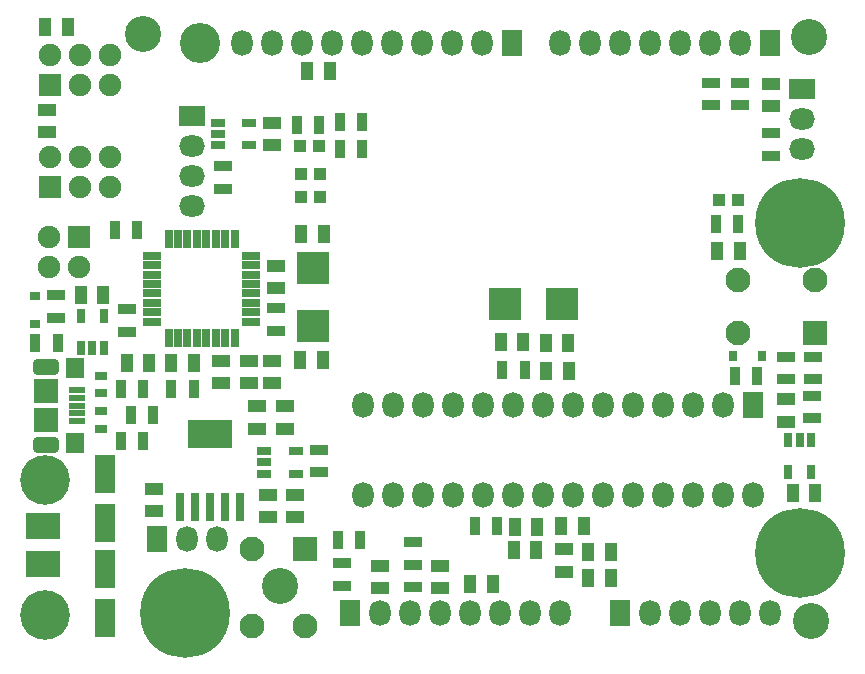
<source format=gts>
G04*
G04 #@! TF.GenerationSoftware,Altium Limited,Altium Designer,21.0.8 (223)*
G04*
G04 Layer_Color=8388736*
%FSLAX44Y44*%
%MOMM*%
G71*
G04*
G04 #@! TF.SameCoordinates,CB068B56-A197-48A0-A871-B344E5AE3D22*
G04*
G04*
G04 #@! TF.FilePolarity,Negative*
G04*
G01*
G75*
%ADD35R,1.1000X1.5000*%
%ADD36R,0.7500X1.2000*%
%ADD37R,1.5000X0.9000*%
%ADD38R,0.9000X1.5000*%
%ADD39R,0.8858X0.7588*%
%ADD40R,0.7588X0.8858*%
%ADD41R,0.8000X2.4000*%
%ADD42R,3.7000X2.4000*%
%ADD43R,1.4500X0.5000*%
%ADD44R,1.6000X1.8000*%
%ADD45R,2.1000X2.1000*%
%ADD46R,1.5000X1.1000*%
%ADD47R,1.0000X1.0000*%
%ADD48R,1.6200X0.6700*%
%ADD49R,0.6700X1.6200*%
%ADD50R,2.9000X2.2000*%
%ADD51R,1.8000X3.2000*%
%ADD52R,1.1000X0.8000*%
%ADD53R,2.8000X2.7000*%
%ADD54R,2.7000X2.8000*%
%ADD55C,3.0480*%
%ADD56R,1.2000X0.7500*%
%ADD57C,3.4000*%
%ADD58C,2.1000*%
%ADD59R,2.1000X2.1000*%
%ADD60R,1.8000X2.2000*%
%ADD61O,1.8000X2.2000*%
%ADD62O,2.2000X1.8000*%
%ADD63R,2.2000X1.8000*%
%ADD64R,1.9000X1.9000*%
%ADD65C,1.9000*%
G04:AMPARAMS|DCode=66|XSize=2.2mm|YSize=1.4mm|CornerRadius=0.4mm|HoleSize=0mm|Usage=FLASHONLY|Rotation=0.000|XOffset=0mm|YOffset=0mm|HoleType=Round|Shape=RoundedRectangle|*
%AMROUNDEDRECTD66*
21,1,2.2000,0.6000,0,0,0.0*
21,1,1.4000,1.4000,0,0,0.0*
1,1,0.8000,0.7000,-0.3000*
1,1,0.8000,-0.7000,-0.3000*
1,1,0.8000,-0.7000,0.3000*
1,1,0.8000,0.7000,0.3000*
%
%ADD66ROUNDEDRECTD66*%
%ADD67C,4.2000*%
%ADD68C,7.6000*%
D35*
X70500Y295000D02*
D03*
X51500D02*
D03*
X21500Y522000D02*
D03*
X40500D02*
D03*
X673500Y127000D02*
D03*
X654500D02*
D03*
X438000Y98000D02*
D03*
X419000D02*
D03*
X256500Y240000D02*
D03*
X237500D02*
D03*
X445750Y230750D02*
D03*
X464750D02*
D03*
X128500Y237000D02*
D03*
X147500D02*
D03*
X238500Y346000D02*
D03*
X257500D02*
D03*
X500500Y55000D02*
D03*
X481500D02*
D03*
X609500Y332000D02*
D03*
X590500D02*
D03*
X381500Y50000D02*
D03*
X400500D02*
D03*
X500500Y77000D02*
D03*
X481500D02*
D03*
X243500Y484000D02*
D03*
X262500D02*
D03*
X437375Y79000D02*
D03*
X418375D02*
D03*
X477500Y99000D02*
D03*
X458500D02*
D03*
X426379Y254632D02*
D03*
X407379D02*
D03*
X445500Y254000D02*
D03*
X464500D02*
D03*
X90500Y237000D02*
D03*
X109500D02*
D03*
D36*
X71000Y277000D02*
D03*
X52000D02*
D03*
X71000Y250000D02*
D03*
X61500D02*
D03*
X52000D02*
D03*
X669750Y171500D02*
D03*
X660250D02*
D03*
X650750D02*
D03*
X669750Y144500D02*
D03*
X650750D02*
D03*
D37*
X172000Y384500D02*
D03*
Y403500D02*
D03*
X217000Y283500D02*
D03*
Y264500D02*
D03*
X610000Y455500D02*
D03*
Y474500D02*
D03*
X585000D02*
D03*
Y455500D02*
D03*
X636000Y412500D02*
D03*
Y431500D02*
D03*
X253000Y163500D02*
D03*
Y144500D02*
D03*
X649000Y223500D02*
D03*
Y242500D02*
D03*
X333000Y47500D02*
D03*
Y66500D02*
D03*
Y85500D02*
D03*
Y66500D02*
D03*
X91000Y282500D02*
D03*
Y263500D02*
D03*
X671000Y190500D02*
D03*
Y209500D02*
D03*
X31000Y294500D02*
D03*
Y275500D02*
D03*
X672000Y242500D02*
D03*
Y223500D02*
D03*
X273000Y48500D02*
D03*
Y67500D02*
D03*
D38*
X289750Y441500D02*
D03*
X270750D02*
D03*
Y418500D02*
D03*
X289750D02*
D03*
X80500Y350000D02*
D03*
X99500D02*
D03*
X85500Y215000D02*
D03*
X104500D02*
D03*
X113000Y193000D02*
D03*
X94000D02*
D03*
X104500Y171000D02*
D03*
X85500D02*
D03*
X385500Y99000D02*
D03*
X404500D02*
D03*
X253500Y439000D02*
D03*
X234500D02*
D03*
X408500Y231000D02*
D03*
X427500D02*
D03*
X608500Y355000D02*
D03*
X589500D02*
D03*
X13000Y254000D02*
D03*
X32000D02*
D03*
X288500Y87000D02*
D03*
X269500D02*
D03*
X147500Y215000D02*
D03*
X128500D02*
D03*
X624500Y226000D02*
D03*
X605500D02*
D03*
D39*
X13000Y294192D02*
D03*
Y269808D02*
D03*
D40*
X628192Y243000D02*
D03*
X603808D02*
D03*
D41*
X135600Y115000D02*
D03*
X148300D02*
D03*
X161000D02*
D03*
X173700D02*
D03*
X186400D02*
D03*
D42*
X161000Y177000D02*
D03*
D43*
X48745Y214000D02*
D03*
Y207500D02*
D03*
Y201000D02*
D03*
Y194500D02*
D03*
Y188000D02*
D03*
D44*
X46495Y233000D02*
D03*
Y169000D02*
D03*
D45*
X21995Y213000D02*
D03*
Y189000D02*
D03*
X241500Y79500D02*
D03*
D46*
X214000Y239000D02*
D03*
Y220000D02*
D03*
X194000D02*
D03*
Y239000D02*
D03*
X170000Y220000D02*
D03*
Y239000D02*
D03*
X23000Y451500D02*
D03*
Y432500D02*
D03*
X201000Y200500D02*
D03*
Y181500D02*
D03*
X217000Y300500D02*
D03*
Y319500D02*
D03*
X636000Y473500D02*
D03*
Y454500D02*
D03*
X210000Y106500D02*
D03*
Y125500D02*
D03*
X114000Y111500D02*
D03*
Y130500D02*
D03*
X356000Y46500D02*
D03*
Y65500D02*
D03*
X305000Y46500D02*
D03*
Y65500D02*
D03*
X461000Y79500D02*
D03*
Y60500D02*
D03*
X214000Y440500D02*
D03*
Y421500D02*
D03*
X225000Y181500D02*
D03*
Y200500D02*
D03*
X233000Y106500D02*
D03*
Y125500D02*
D03*
X649000Y206500D02*
D03*
Y187500D02*
D03*
D47*
X254000Y378000D02*
D03*
X238000D02*
D03*
X254000Y397000D02*
D03*
X238000D02*
D03*
X253000Y421000D02*
D03*
X237000D02*
D03*
X608000Y375000D02*
D03*
X592000D02*
D03*
D48*
X196000Y272000D02*
D03*
Y328000D02*
D03*
Y320000D02*
D03*
Y312000D02*
D03*
Y304000D02*
D03*
Y296000D02*
D03*
Y288000D02*
D03*
Y280000D02*
D03*
X112000Y328000D02*
D03*
Y304000D02*
D03*
Y288000D02*
D03*
Y312000D02*
D03*
Y272000D02*
D03*
Y280000D02*
D03*
Y296000D02*
D03*
Y320000D02*
D03*
D49*
X174000Y342000D02*
D03*
X182000D02*
D03*
X150000Y258000D02*
D03*
X134000D02*
D03*
X126000Y342000D02*
D03*
X150000D02*
D03*
X142000D02*
D03*
X158000Y258000D02*
D03*
X142000D02*
D03*
X166000Y342000D02*
D03*
Y258000D02*
D03*
X126000D02*
D03*
X134000Y342000D02*
D03*
X158000D02*
D03*
X174000Y258000D02*
D03*
X182000D02*
D03*
D50*
X20000Y67000D02*
D03*
Y99000D02*
D03*
D51*
X72000Y62500D02*
D03*
Y21500D02*
D03*
Y143000D02*
D03*
Y102000D02*
D03*
D52*
X69000Y181500D02*
D03*
Y196500D02*
D03*
Y226500D02*
D03*
Y211500D02*
D03*
D53*
X248000Y317500D02*
D03*
Y268500D02*
D03*
D54*
X410500Y287000D02*
D03*
X459500D02*
D03*
D55*
X104000Y516000D02*
D03*
X668000Y513000D02*
D03*
X670000Y19000D02*
D03*
X220000Y48000D02*
D03*
D56*
X194500Y421500D02*
D03*
Y440500D02*
D03*
X167500Y421500D02*
D03*
Y431000D02*
D03*
Y440500D02*
D03*
X233500Y143500D02*
D03*
Y162500D02*
D03*
X206500Y143500D02*
D03*
Y153000D02*
D03*
Y162500D02*
D03*
D57*
X152400Y508000D02*
D03*
D58*
X673500Y307500D02*
D03*
X608500D02*
D03*
Y262500D02*
D03*
X241500Y14500D02*
D03*
X196500D02*
D03*
Y79500D02*
D03*
D59*
X673500Y262500D02*
D03*
D60*
X116200Y88000D02*
D03*
X416560Y508000D02*
D03*
X635000D02*
D03*
X508000Y25400D02*
D03*
X279400D02*
D03*
X620650Y201930D02*
D03*
D61*
X141600Y88000D02*
D03*
X167000D02*
D03*
X187960Y508000D02*
D03*
X213360D02*
D03*
X238760D02*
D03*
X264160D02*
D03*
X289560D02*
D03*
X314960D02*
D03*
X340360D02*
D03*
X365760D02*
D03*
X391160D02*
D03*
X457200D02*
D03*
X482600D02*
D03*
X508000D02*
D03*
X533400D02*
D03*
X558800D02*
D03*
X584200D02*
D03*
X609600D02*
D03*
X635000Y25400D02*
D03*
X609600D02*
D03*
X584200D02*
D03*
X558800D02*
D03*
X533400D02*
D03*
X457200D02*
D03*
X431800D02*
D03*
X406400D02*
D03*
X381000D02*
D03*
X355600D02*
D03*
X330200D02*
D03*
X304800D02*
D03*
X595250Y201930D02*
D03*
X569850D02*
D03*
X544450D02*
D03*
X519050D02*
D03*
X493650D02*
D03*
X468250D02*
D03*
X442850D02*
D03*
X417450D02*
D03*
X392050D02*
D03*
X366650D02*
D03*
X341250D02*
D03*
X315850D02*
D03*
X290450D02*
D03*
X620650Y125730D02*
D03*
X595250D02*
D03*
X569850D02*
D03*
X544450D02*
D03*
X519050D02*
D03*
X493650D02*
D03*
X468250D02*
D03*
X442850D02*
D03*
X417450D02*
D03*
X392050D02*
D03*
X366650D02*
D03*
X341250D02*
D03*
X315850D02*
D03*
X290450D02*
D03*
D62*
X146000Y420600D02*
D03*
Y395200D02*
D03*
Y369800D02*
D03*
X662000Y443600D02*
D03*
Y418200D02*
D03*
D63*
X146000Y446000D02*
D03*
X662000Y469000D02*
D03*
D64*
X50000Y344000D02*
D03*
X25400Y386080D02*
D03*
Y472440D02*
D03*
D65*
X24600Y344000D02*
D03*
X50000Y318600D02*
D03*
X24600D02*
D03*
X76200Y411480D02*
D03*
X50800D02*
D03*
X25400D02*
D03*
X76200Y386080D02*
D03*
X50800D02*
D03*
Y472440D02*
D03*
X76200D02*
D03*
X25400Y497840D02*
D03*
X50800D02*
D03*
X76200D02*
D03*
D66*
X21995Y234000D02*
D03*
Y168000D02*
D03*
D67*
X21750Y23750D02*
D03*
Y138000D02*
D03*
D68*
X660400Y355600D02*
D03*
Y76200D02*
D03*
X139700Y25400D02*
D03*
M02*

</source>
